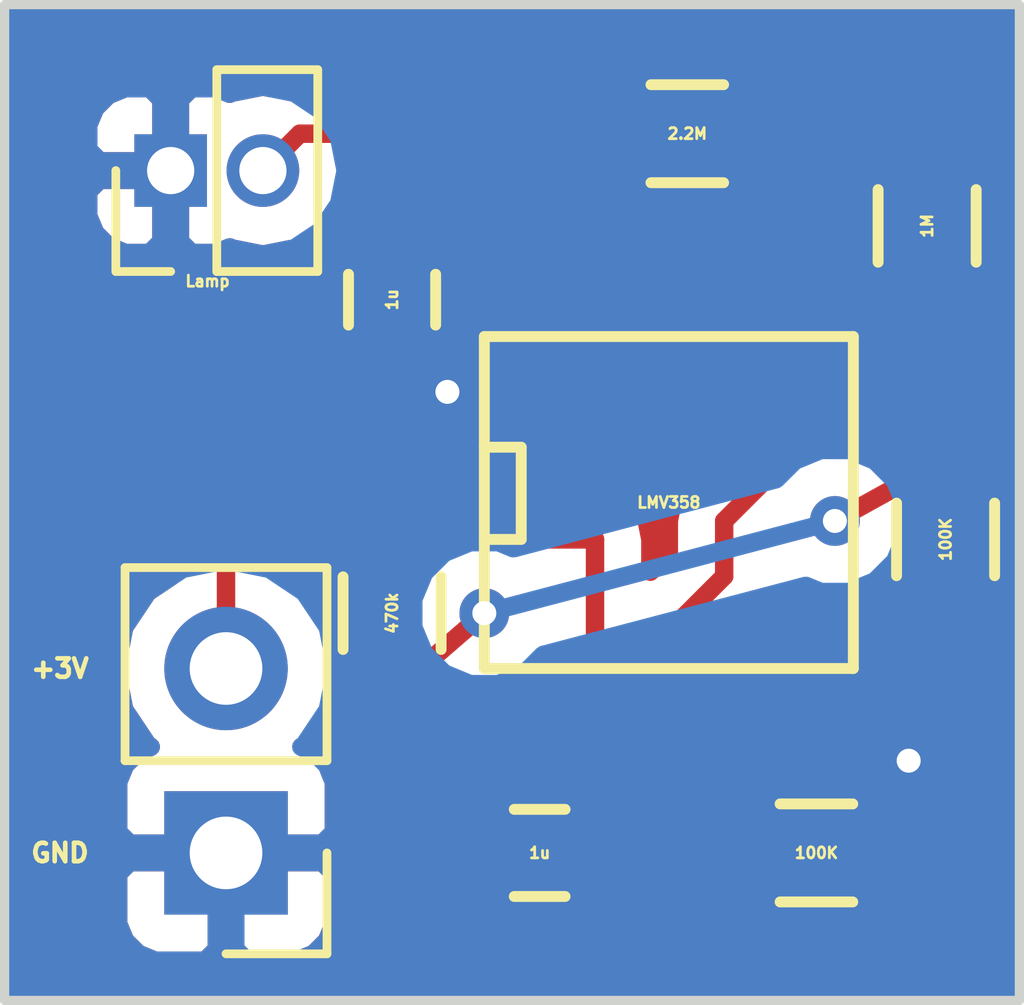
<source format=kicad_pcb>
(kicad_pcb (version 4) (host pcbnew 4.0.5-e0-6337~49~ubuntu16.04.1)

  (general
    (links 19)
    (no_connects 0)
    (area 145.280667 100.449 163.303 116.803)
    (thickness 1.6)
    (drawings 6)
    (tracks 63)
    (zones 0)
    (modules 10)
    (nets 8)
  )

  (page A4)
  (layers
    (0 F.Cu jumper)
    (31 B.Cu signal hide)
    (37 F.SilkS user)
    (39 F.Mask user)
    (44 Edge.Cuts user)
  )

  (setup
    (last_trace_width 0.254)
    (user_trace_width 0.1524)
    (user_trace_width 0.2)
    (user_trace_width 0.25)
    (user_trace_width 0.3)
    (user_trace_width 0.4)
    (user_trace_width 0.5)
    (user_trace_width 0.6)
    (user_trace_width 0.8)
    (user_trace_width 1)
    (user_trace_width 1.2)
    (user_trace_width 1.5)
    (user_trace_width 2)
    (trace_clearance 0.254)
    (zone_clearance 0.508)
    (zone_45_only yes)
    (trace_min 0.1524)
    (segment_width 0.127)
    (edge_width 0.127)
    (via_size 0.6858)
    (via_drill 0.3302)
    (via_min_size 0.6858)
    (via_min_drill 0.3302)
    (uvia_size 0.508)
    (uvia_drill 0.127)
    (uvias_allowed no)
    (uvia_min_size 0.508)
    (uvia_min_drill 0.127)
    (pcb_text_width 0.127)
    (pcb_text_size 0.6 0.6)
    (mod_edge_width 0.127)
    (mod_text_size 0.1524 0.1524)
    (mod_text_width 0.0381)
    (pad_size 1.524 1.524)
    (pad_drill 0.762)
    (pad_to_mask_clearance 0.05)
    (pad_to_paste_clearance -0.04)
    (aux_axis_origin 0 0)
    (visible_elements FFFFFF7F)
    (pcbplotparams
      (layerselection 0x3ffff_80000001)
      (usegerberextensions true)
      (usegerberattributes true)
      (excludeedgelayer true)
      (linewidth 0.127000)
      (plotframeref false)
      (viasonmask false)
      (mode 1)
      (useauxorigin false)
      (hpglpennumber 1)
      (hpglpenspeed 20)
      (hpglpendiameter 15)
      (hpglpenoverlay 2)
      (psnegative false)
      (psa4output false)
      (plotreference true)
      (plotvalue true)
      (plotinvisibletext false)
      (padsonsilk false)
      (subtractmaskfromsilk false)
      (outputformat 1)
      (mirror false)
      (drillshape 0)
      (scaleselection 1)
      (outputdirectory CAM/))
  )

  (net 0 "")
  (net 1 VCC)
  (net 2 GND)
  (net 3 "Net-(C2-Pad1)")
  (net 4 "Net-(LA1-Pad2)")
  (net 5 "Net-(R1-Pad2)")
  (net 6 "Net-(R2-Pad1)")
  (net 7 "Net-(R4-Pad2)")

  (net_class Default "Dit is de standaard class."
    (clearance 0.254)
    (trace_width 0.254)
    (via_dia 0.6858)
    (via_drill 0.3302)
    (uvia_dia 0.508)
    (uvia_drill 0.127)
    (add_net GND)
    (add_net "Net-(C2-Pad1)")
    (add_net "Net-(LA1-Pad2)")
    (add_net "Net-(R1-Pad2)")
    (add_net "Net-(R2-Pad1)")
    (add_net "Net-(R4-Pad2)")
    (add_net VCC)
  )

  (net_class 0.2mm ""
    (clearance 0.2)
    (trace_width 0.2)
    (via_dia 0.6858)
    (via_drill 0.3302)
    (uvia_dia 0.508)
    (uvia_drill 0.127)
  )

  (net_class Minimal ""
    (clearance 0.1524)
    (trace_width 0.1524)
    (via_dia 0.6858)
    (via_drill 0.3302)
    (uvia_dia 0.508)
    (uvia_drill 0.127)
  )

  (module SMD_Packages:SOIC-8-N (layer F.Cu) (tedit 586C7D55) (tstamp 586C761F)
    (at 156.464 108.458)
    (descr "Module Narrow CMS SOJ 8 pins large")
    (tags "CMS SOJ")
    (path /586C715C)
    (attr smd)
    (fp_text reference U1 (at 0 -1.27) (layer F.SilkS) hide
      (effects (font (size 1 1) (thickness 0.15)))
    )
    (fp_text value LMV358 (at 0 0) (layer F.SilkS)
      (effects (font (size 0.1524 0.1524) (thickness 0.0381)))
    )
    (fp_line (start -2.54 -2.286) (end 2.54 -2.286) (layer F.SilkS) (width 0.15))
    (fp_line (start 2.54 -2.286) (end 2.54 2.286) (layer F.SilkS) (width 0.15))
    (fp_line (start 2.54 2.286) (end -2.54 2.286) (layer F.SilkS) (width 0.15))
    (fp_line (start -2.54 2.286) (end -2.54 -2.286) (layer F.SilkS) (width 0.15))
    (fp_line (start -2.54 -0.762) (end -2.032 -0.762) (layer F.SilkS) (width 0.15))
    (fp_line (start -2.032 -0.762) (end -2.032 0.508) (layer F.SilkS) (width 0.15))
    (fp_line (start -2.032 0.508) (end -2.54 0.508) (layer F.SilkS) (width 0.15))
    (pad 8 smd rect (at -1.905 -3.175) (size 0.508 1.143) (layers F.Cu F.Mask)
      (net 1 VCC))
    (pad 7 smd rect (at -0.635 -3.175) (size 0.508 1.143) (layers F.Cu F.Mask)
      (net 4 "Net-(LA1-Pad2)"))
    (pad 6 smd rect (at 0.635 -3.175) (size 0.508 1.143) (layers F.Cu F.Mask)
      (net 5 "Net-(R1-Pad2)"))
    (pad 5 smd rect (at 1.905 -3.175) (size 0.508 1.143) (layers F.Cu F.Mask)
      (net 2 GND))
    (pad 4 smd rect (at 1.905 3.175) (size 0.508 1.143) (layers F.Cu F.Mask)
      (net 2 GND))
    (pad 3 smd rect (at 0.635 3.175) (size 0.508 1.143) (layers F.Cu F.Mask)
      (net 7 "Net-(R4-Pad2)"))
    (pad 2 smd rect (at -0.635 3.175) (size 0.508 1.143) (layers F.Cu F.Mask)
      (net 3 "Net-(C2-Pad1)"))
    (pad 1 smd rect (at -1.905 3.175) (size 0.508 1.143) (layers F.Cu F.Mask)
      (net 6 "Net-(R2-Pad1)"))
    (model SMD_Packages.3dshapes/SOIC-8-N.wrl
      (at (xyz 0 0 0))
      (scale (xyz 0.5 0.38 0.5))
      (rotate (xyz 0 0 0))
    )
  )

  (module Capacitors_SMD:C_0603_HandSoldering (layer F.Cu) (tedit 586C7D39) (tstamp 586C75E3)
    (at 152.654 105.664 270)
    (descr "Capacitor SMD 0603, hand soldering")
    (tags "capacitor 0603")
    (path /586C7AA5)
    (attr smd)
    (fp_text reference C1 (at 0 -1.9 270) (layer F.SilkS) hide
      (effects (font (size 1 1) (thickness 0.15)))
    )
    (fp_text value 1u (at 0 0 270) (layer F.SilkS)
      (effects (font (size 0.1524 0.1524) (thickness 0.0381)))
    )
    (fp_line (start -0.8 0.4) (end -0.8 -0.4) (layer F.Fab) (width 0.15))
    (fp_line (start 0.8 0.4) (end -0.8 0.4) (layer F.Fab) (width 0.15))
    (fp_line (start 0.8 -0.4) (end 0.8 0.4) (layer F.Fab) (width 0.15))
    (fp_line (start -0.8 -0.4) (end 0.8 -0.4) (layer F.Fab) (width 0.15))
    (fp_line (start -1.85 -0.75) (end 1.85 -0.75) (layer F.CrtYd) (width 0.05))
    (fp_line (start -1.85 0.75) (end 1.85 0.75) (layer F.CrtYd) (width 0.05))
    (fp_line (start -1.85 -0.75) (end -1.85 0.75) (layer F.CrtYd) (width 0.05))
    (fp_line (start 1.85 -0.75) (end 1.85 0.75) (layer F.CrtYd) (width 0.05))
    (fp_line (start -0.35 -0.6) (end 0.35 -0.6) (layer F.SilkS) (width 0.15))
    (fp_line (start 0.35 0.6) (end -0.35 0.6) (layer F.SilkS) (width 0.15))
    (pad 1 smd rect (at -0.95 0 270) (size 1.2 0.75) (layers F.Cu F.Mask)
      (net 1 VCC))
    (pad 2 smd rect (at 0.95 0 270) (size 1.2 0.75) (layers F.Cu F.Mask)
      (net 2 GND))
    (model Capacitors_SMD.3dshapes/C_0603_HandSoldering.wrl
      (at (xyz 0 0 0))
      (scale (xyz 1 1 1))
      (rotate (xyz 0 0 0))
    )
  )

  (module Capacitors_SMD:C_0603_HandSoldering (layer F.Cu) (tedit 586C7D19) (tstamp 586C75E9)
    (at 154.686 113.284 180)
    (descr "Capacitor SMD 0603, hand soldering")
    (tags "capacitor 0603")
    (path /586C7502)
    (attr smd)
    (fp_text reference C2 (at 0 -1.9 180) (layer F.SilkS) hide
      (effects (font (size 1 1) (thickness 0.15)))
    )
    (fp_text value 1u (at 0 0 180) (layer F.SilkS)
      (effects (font (size 0.1524 0.1524) (thickness 0.0381)))
    )
    (fp_line (start -0.8 0.4) (end -0.8 -0.4) (layer F.Fab) (width 0.15))
    (fp_line (start 0.8 0.4) (end -0.8 0.4) (layer F.Fab) (width 0.15))
    (fp_line (start 0.8 -0.4) (end 0.8 0.4) (layer F.Fab) (width 0.15))
    (fp_line (start -0.8 -0.4) (end 0.8 -0.4) (layer F.Fab) (width 0.15))
    (fp_line (start -1.85 -0.75) (end 1.85 -0.75) (layer F.CrtYd) (width 0.05))
    (fp_line (start -1.85 0.75) (end 1.85 0.75) (layer F.CrtYd) (width 0.05))
    (fp_line (start -1.85 -0.75) (end -1.85 0.75) (layer F.CrtYd) (width 0.05))
    (fp_line (start 1.85 -0.75) (end 1.85 0.75) (layer F.CrtYd) (width 0.05))
    (fp_line (start -0.35 -0.6) (end 0.35 -0.6) (layer F.SilkS) (width 0.15))
    (fp_line (start 0.35 0.6) (end -0.35 0.6) (layer F.SilkS) (width 0.15))
    (pad 1 smd rect (at -0.95 0 180) (size 1.2 0.75) (layers F.Cu F.Mask)
      (net 3 "Net-(C2-Pad1)"))
    (pad 2 smd rect (at 0.95 0 180) (size 1.2 0.75) (layers F.Cu F.Mask)
      (net 2 GND))
    (model Capacitors_SMD.3dshapes/C_0603_HandSoldering.wrl
      (at (xyz 0 0 0))
      (scale (xyz 1 1 1))
      (rotate (xyz 0 0 0))
    )
  )

  (module Pin_Headers:Pin_Header_Straight_1x02_Pitch1.27mm (layer F.Cu) (tedit 586C7D4A) (tstamp 586C75EF)
    (at 149.606 103.886 90)
    (descr "Through hole straight pin header, 1x02, 1.27mm pitch, single row")
    (tags "Through hole pin header THT 1x02 1.27mm single row")
    (path /586C705D)
    (fp_text reference LA1 (at 0 -1.755 90) (layer F.SilkS) hide
      (effects (font (size 1 1) (thickness 0.15)))
    )
    (fp_text value Lamp (at -1.524 0.508 180) (layer F.SilkS)
      (effects (font (size 0.1524 0.1524) (thickness 0.0381)))
    )
    (fp_line (start -1.27 -0.635) (end -1.27 1.905) (layer F.Fab) (width 0.1))
    (fp_line (start -1.27 1.905) (end 1.27 1.905) (layer F.Fab) (width 0.1))
    (fp_line (start 1.27 1.905) (end 1.27 -0.635) (layer F.Fab) (width 0.1))
    (fp_line (start 1.27 -0.635) (end -1.27 -0.635) (layer F.Fab) (width 0.1))
    (fp_line (start -1.39 0.635) (end -1.39 2.025) (layer F.SilkS) (width 0.12))
    (fp_line (start -1.39 2.025) (end 1.39 2.025) (layer F.SilkS) (width 0.12))
    (fp_line (start 1.39 2.025) (end 1.39 0.635) (layer F.SilkS) (width 0.12))
    (fp_line (start 1.39 0.635) (end -1.39 0.635) (layer F.SilkS) (width 0.12))
    (fp_line (start -1.39 0) (end -1.39 -0.755) (layer F.SilkS) (width 0.12))
    (fp_line (start -1.39 -0.755) (end 0 -0.755) (layer F.SilkS) (width 0.12))
    (fp_line (start -1.6 -0.9) (end -1.6 2.2) (layer F.CrtYd) (width 0.05))
    (fp_line (start -1.6 2.2) (end 1.6 2.2) (layer F.CrtYd) (width 0.05))
    (fp_line (start 1.6 2.2) (end 1.6 -0.9) (layer F.CrtYd) (width 0.05))
    (fp_line (start 1.6 -0.9) (end -1.6 -0.9) (layer F.CrtYd) (width 0.05))
    (pad 1 thru_hole rect (at 0 0 90) (size 1 1) (drill 0.65) (layers *.Cu *.Mask)
      (net 2 GND))
    (pad 2 thru_hole oval (at 0 1.27 90) (size 1 1) (drill 0.65) (layers *.Cu *.Mask)
      (net 4 "Net-(LA1-Pad2)"))
    (model Pin_Headers.3dshapes/Pin_Header_Straight_1x02_Pitch1.27mm.wrl
      (at (xyz 0 0 0))
      (scale (xyz 1 1 1))
      (rotate (xyz 0 0 0))
    )
  )

  (module Pin_Headers:Pin_Header_Straight_1x02_Pitch2.54mm (layer F.Cu) (tedit 586C7CCF) (tstamp 586C75F5)
    (at 150.368 113.284 180)
    (descr "Through hole straight pin header, 1x02, 2.54mm pitch, single row")
    (tags "Through hole pin header THT 1x02 2.54mm single row")
    (path /586C7A78)
    (fp_text reference P1 (at 0 -2.39 180) (layer F.SilkS) hide
      (effects (font (size 1 1) (thickness 0.15)))
    )
    (fp_text value CONN_01X02 (at 0 4.93 180) (layer F.Fab) hide
      (effects (font (size 0.1524 0.1524) (thickness 0.0381)))
    )
    (fp_line (start -1.27 -1.27) (end -1.27 3.81) (layer F.Fab) (width 0.1))
    (fp_line (start -1.27 3.81) (end 1.27 3.81) (layer F.Fab) (width 0.1))
    (fp_line (start 1.27 3.81) (end 1.27 -1.27) (layer F.Fab) (width 0.1))
    (fp_line (start 1.27 -1.27) (end -1.27 -1.27) (layer F.Fab) (width 0.1))
    (fp_line (start -1.39 1.27) (end -1.39 3.93) (layer F.SilkS) (width 0.12))
    (fp_line (start -1.39 3.93) (end 1.39 3.93) (layer F.SilkS) (width 0.12))
    (fp_line (start 1.39 3.93) (end 1.39 1.27) (layer F.SilkS) (width 0.12))
    (fp_line (start 1.39 1.27) (end -1.39 1.27) (layer F.SilkS) (width 0.12))
    (fp_line (start -1.39 0) (end -1.39 -1.39) (layer F.SilkS) (width 0.12))
    (fp_line (start -1.39 -1.39) (end 0 -1.39) (layer F.SilkS) (width 0.12))
    (fp_line (start -1.6 -1.6) (end -1.6 4.1) (layer F.CrtYd) (width 0.05))
    (fp_line (start -1.6 4.1) (end 1.6 4.1) (layer F.CrtYd) (width 0.05))
    (fp_line (start 1.6 4.1) (end 1.6 -1.6) (layer F.CrtYd) (width 0.05))
    (fp_line (start 1.6 -1.6) (end -1.6 -1.6) (layer F.CrtYd) (width 0.05))
    (pad 1 thru_hole rect (at 0 0 180) (size 1.7 1.7) (drill 1) (layers *.Cu *.Mask)
      (net 2 GND))
    (pad 2 thru_hole oval (at 0 2.54 180) (size 1.7 1.7) (drill 1) (layers *.Cu *.Mask)
      (net 1 VCC))
    (model Pin_Headers.3dshapes/Pin_Header_Straight_1x02_Pitch2.54mm.wrl
      (at (xyz 0 -0.05 0))
      (scale (xyz 1 1 1))
      (rotate (xyz 0 0 90))
    )
  )

  (module Resistors_SMD:R_0603_HandSoldering (layer F.Cu) (tedit 586C7D31) (tstamp 586C75FB)
    (at 160.02 104.648 90)
    (descr "Resistor SMD 0603, hand soldering")
    (tags "resistor 0603")
    (path /586C78B4)
    (attr smd)
    (fp_text reference R1 (at 0 -1.9 90) (layer F.SilkS) hide
      (effects (font (size 1 1) (thickness 0.15)))
    )
    (fp_text value 1M (at 0 0 90) (layer F.SilkS)
      (effects (font (size 0.1524 0.1524) (thickness 0.0381)))
    )
    (fp_line (start -0.8 0.4) (end -0.8 -0.4) (layer F.Fab) (width 0.1))
    (fp_line (start 0.8 0.4) (end -0.8 0.4) (layer F.Fab) (width 0.1))
    (fp_line (start 0.8 -0.4) (end 0.8 0.4) (layer F.Fab) (width 0.1))
    (fp_line (start -0.8 -0.4) (end 0.8 -0.4) (layer F.Fab) (width 0.1))
    (fp_line (start -2 -0.8) (end 2 -0.8) (layer F.CrtYd) (width 0.05))
    (fp_line (start -2 0.8) (end 2 0.8) (layer F.CrtYd) (width 0.05))
    (fp_line (start -2 -0.8) (end -2 0.8) (layer F.CrtYd) (width 0.05))
    (fp_line (start 2 -0.8) (end 2 0.8) (layer F.CrtYd) (width 0.05))
    (fp_line (start 0.5 0.675) (end -0.5 0.675) (layer F.SilkS) (width 0.15))
    (fp_line (start -0.5 -0.675) (end 0.5 -0.675) (layer F.SilkS) (width 0.15))
    (pad 1 smd rect (at -1.1 0 90) (size 1.2 0.9) (layers F.Cu F.Mask)
      (net 3 "Net-(C2-Pad1)"))
    (pad 2 smd rect (at 1.1 0 90) (size 1.2 0.9) (layers F.Cu F.Mask)
      (net 5 "Net-(R1-Pad2)"))
    (model Resistors_SMD.3dshapes/R_0603_HandSoldering.wrl
      (at (xyz 0 0 0))
      (scale (xyz 1 1 1))
      (rotate (xyz 0 0 0))
    )
  )

  (module Resistors_SMD:R_0603_HandSoldering (layer F.Cu) (tedit 586C7D3F) (tstamp 586C7601)
    (at 152.654 109.982 90)
    (descr "Resistor SMD 0603, hand soldering")
    (tags "resistor 0603")
    (path /586C7705)
    (attr smd)
    (fp_text reference R2 (at 0 -1.9 90) (layer F.SilkS) hide
      (effects (font (size 1 1) (thickness 0.15)))
    )
    (fp_text value 470k (at 0 0 90) (layer F.SilkS)
      (effects (font (size 0.1524 0.1524) (thickness 0.0381)))
    )
    (fp_line (start -0.8 0.4) (end -0.8 -0.4) (layer F.Fab) (width 0.1))
    (fp_line (start 0.8 0.4) (end -0.8 0.4) (layer F.Fab) (width 0.1))
    (fp_line (start 0.8 -0.4) (end 0.8 0.4) (layer F.Fab) (width 0.1))
    (fp_line (start -0.8 -0.4) (end 0.8 -0.4) (layer F.Fab) (width 0.1))
    (fp_line (start -2 -0.8) (end 2 -0.8) (layer F.CrtYd) (width 0.05))
    (fp_line (start -2 0.8) (end 2 0.8) (layer F.CrtYd) (width 0.05))
    (fp_line (start -2 -0.8) (end -2 0.8) (layer F.CrtYd) (width 0.05))
    (fp_line (start 2 -0.8) (end 2 0.8) (layer F.CrtYd) (width 0.05))
    (fp_line (start 0.5 0.675) (end -0.5 0.675) (layer F.SilkS) (width 0.15))
    (fp_line (start -0.5 -0.675) (end 0.5 -0.675) (layer F.SilkS) (width 0.15))
    (pad 1 smd rect (at -1.1 0 90) (size 1.2 0.9) (layers F.Cu F.Mask)
      (net 6 "Net-(R2-Pad1)"))
    (pad 2 smd rect (at 1.1 0 90) (size 1.2 0.9) (layers F.Cu F.Mask)
      (net 3 "Net-(C2-Pad1)"))
    (model Resistors_SMD.3dshapes/R_0603_HandSoldering.wrl
      (at (xyz 0 0 0))
      (scale (xyz 1 1 1))
      (rotate (xyz 0 0 0))
    )
  )

  (module Resistors_SMD:R_0603_HandSoldering (layer F.Cu) (tedit 586C7CEE) (tstamp 586C7607)
    (at 156.718 103.378)
    (descr "Resistor SMD 0603, hand soldering")
    (tags "resistor 0603")
    (path /586C788D)
    (attr smd)
    (fp_text reference R3 (at 0 -1.9) (layer F.SilkS) hide
      (effects (font (size 1 1) (thickness 0.15)))
    )
    (fp_text value 2.2M (at 0 0) (layer F.SilkS)
      (effects (font (size 0.1524 0.1524) (thickness 0.0381)))
    )
    (fp_line (start -0.8 0.4) (end -0.8 -0.4) (layer F.Fab) (width 0.1))
    (fp_line (start 0.8 0.4) (end -0.8 0.4) (layer F.Fab) (width 0.1))
    (fp_line (start 0.8 -0.4) (end 0.8 0.4) (layer F.Fab) (width 0.1))
    (fp_line (start -0.8 -0.4) (end 0.8 -0.4) (layer F.Fab) (width 0.1))
    (fp_line (start -2 -0.8) (end 2 -0.8) (layer F.CrtYd) (width 0.05))
    (fp_line (start -2 0.8) (end 2 0.8) (layer F.CrtYd) (width 0.05))
    (fp_line (start -2 -0.8) (end -2 0.8) (layer F.CrtYd) (width 0.05))
    (fp_line (start 2 -0.8) (end 2 0.8) (layer F.CrtYd) (width 0.05))
    (fp_line (start 0.5 0.675) (end -0.5 0.675) (layer F.SilkS) (width 0.15))
    (fp_line (start -0.5 -0.675) (end 0.5 -0.675) (layer F.SilkS) (width 0.15))
    (pad 1 smd rect (at -1.1 0) (size 1.2 0.9) (layers F.Cu F.Mask)
      (net 4 "Net-(LA1-Pad2)"))
    (pad 2 smd rect (at 1.1 0) (size 1.2 0.9) (layers F.Cu F.Mask)
      (net 5 "Net-(R1-Pad2)"))
    (model Resistors_SMD.3dshapes/R_0603_HandSoldering.wrl
      (at (xyz 0 0 0))
      (scale (xyz 1 1 1))
      (rotate (xyz 0 0 0))
    )
  )

  (module Resistors_SMD:R_0603_HandSoldering (layer F.Cu) (tedit 586C7D28) (tstamp 586C760D)
    (at 160.274 108.966 270)
    (descr "Resistor SMD 0603, hand soldering")
    (tags "resistor 0603")
    (path /586C73C6)
    (attr smd)
    (fp_text reference R4 (at 0 -1.9 270) (layer F.SilkS) hide
      (effects (font (size 1 1) (thickness 0.15)))
    )
    (fp_text value 100K (at 0 0 270) (layer F.SilkS)
      (effects (font (size 0.1524 0.1524) (thickness 0.0381)))
    )
    (fp_line (start -0.8 0.4) (end -0.8 -0.4) (layer F.Fab) (width 0.1))
    (fp_line (start 0.8 0.4) (end -0.8 0.4) (layer F.Fab) (width 0.1))
    (fp_line (start 0.8 -0.4) (end 0.8 0.4) (layer F.Fab) (width 0.1))
    (fp_line (start -0.8 -0.4) (end 0.8 -0.4) (layer F.Fab) (width 0.1))
    (fp_line (start -2 -0.8) (end 2 -0.8) (layer F.CrtYd) (width 0.05))
    (fp_line (start -2 0.8) (end 2 0.8) (layer F.CrtYd) (width 0.05))
    (fp_line (start -2 -0.8) (end -2 0.8) (layer F.CrtYd) (width 0.05))
    (fp_line (start 2 -0.8) (end 2 0.8) (layer F.CrtYd) (width 0.05))
    (fp_line (start 0.5 0.675) (end -0.5 0.675) (layer F.SilkS) (width 0.15))
    (fp_line (start -0.5 -0.675) (end 0.5 -0.675) (layer F.SilkS) (width 0.15))
    (pad 1 smd rect (at -1.1 0 270) (size 1.2 0.9) (layers F.Cu F.Mask)
      (net 6 "Net-(R2-Pad1)"))
    (pad 2 smd rect (at 1.1 0 270) (size 1.2 0.9) (layers F.Cu F.Mask)
      (net 7 "Net-(R4-Pad2)"))
    (model Resistors_SMD.3dshapes/R_0603_HandSoldering.wrl
      (at (xyz 0 0 0))
      (scale (xyz 1 1 1))
      (rotate (xyz 0 0 0))
    )
  )

  (module Resistors_SMD:R_0603_HandSoldering (layer F.Cu) (tedit 586C7D12) (tstamp 586C7613)
    (at 158.496 113.284)
    (descr "Resistor SMD 0603, hand soldering")
    (tags "resistor 0603")
    (path /586C739F)
    (attr smd)
    (fp_text reference R5 (at 0 -1.9) (layer F.SilkS) hide
      (effects (font (size 1 1) (thickness 0.15)))
    )
    (fp_text value 100K (at 0 0) (layer F.SilkS)
      (effects (font (size 0.1524 0.1524) (thickness 0.0381)))
    )
    (fp_line (start -0.8 0.4) (end -0.8 -0.4) (layer F.Fab) (width 0.1))
    (fp_line (start 0.8 0.4) (end -0.8 0.4) (layer F.Fab) (width 0.1))
    (fp_line (start 0.8 -0.4) (end 0.8 0.4) (layer F.Fab) (width 0.1))
    (fp_line (start -0.8 -0.4) (end 0.8 -0.4) (layer F.Fab) (width 0.1))
    (fp_line (start -2 -0.8) (end 2 -0.8) (layer F.CrtYd) (width 0.05))
    (fp_line (start -2 0.8) (end 2 0.8) (layer F.CrtYd) (width 0.05))
    (fp_line (start -2 -0.8) (end -2 0.8) (layer F.CrtYd) (width 0.05))
    (fp_line (start 2 -0.8) (end 2 0.8) (layer F.CrtYd) (width 0.05))
    (fp_line (start 0.5 0.675) (end -0.5 0.675) (layer F.SilkS) (width 0.15))
    (fp_line (start -0.5 -0.675) (end 0.5 -0.675) (layer F.SilkS) (width 0.15))
    (pad 1 smd rect (at -1.1 0) (size 1.2 0.9) (layers F.Cu F.Mask)
      (net 7 "Net-(R4-Pad2)"))
    (pad 2 smd rect (at 1.1 0) (size 1.2 0.9) (layers F.Cu F.Mask)
      (net 2 GND))
    (model Resistors_SMD.3dshapes/R_0603_HandSoldering.wrl
      (at (xyz 0 0 0))
      (scale (xyz 1 1 1))
      (rotate (xyz 0 0 0))
    )
  )

  (gr_text GND (at 148.082 113.284) (layer F.SilkS)
    (effects (font (size 0.254 0.254) (thickness 0.0635)))
  )
  (gr_text +3V (at 148.082 110.744) (layer F.SilkS)
    (effects (font (size 0.254 0.254) (thickness 0.0635)))
  )
  (gr_line (start 147.32 101.6) (end 147.32 115.316) (angle 90) (layer Edge.Cuts) (width 0.127))
  (gr_line (start 161.29 101.6) (end 147.32 101.6) (angle 90) (layer Edge.Cuts) (width 0.127))
  (gr_line (start 161.29 115.316) (end 161.29 101.6) (angle 90) (layer Edge.Cuts) (width 0.127))
  (gr_line (start 147.32 115.316) (end 161.29 115.316) (angle 90) (layer Edge.Cuts) (width 0.127))

  (segment (start 152.654 104.714) (end 152.654 104.648) (width 0.254) (layer F.Cu) (net 1) (status 80000))
  (segment (start 152.654 104.648) (end 150.368 106.934) (width 0.254) (layer F.Cu) (net 1) (status 80000))
  (segment (start 150.368 106.934) (end 150.368 110.744) (width 0.254) (layer F.Cu) (net 1) (status 80000))
  (segment (start 154.559 105.283) (end 154.686 105.41) (width 0.254) (layer F.Cu) (net 1) (status 80000))
  (segment (start 154.686 105.41) (end 153.416 105.41) (width 0.254) (layer F.Cu) (net 1) (status 80000))
  (segment (start 153.416 105.41) (end 152.654 104.648) (width 0.254) (layer F.Cu) (net 1) (status 80000))
  (segment (start 152.654 104.648) (end 152.654 104.714) (width 0.254) (layer F.Cu) (net 1) (tstamp 586C79B8) (status 80000))
  (segment (start 159.596 113.284) (end 159.766 112.014) (width 0.1524) (layer F.Cu) (net 2) (tstamp 586C7A16))
  (via (at 159.766 112.014) (size 0.6858) (drill 0.3302) (layers F.Cu B.Cu) (net 2))
  (segment (start 153.736 113.284) (end 150.368 113.284) (width 0.254) (layer F.Cu) (net 2) (tstamp 586C7A05))
  (segment (start 152.654 106.614) (end 153.416 106.934) (width 0.254) (layer F.Cu) (net 2) (tstamp 586C79D0))
  (via (at 153.416 106.934) (size 0.6858) (drill 0.3302) (layers F.Cu B.Cu) (net 2))
  (segment (start 152.654 106.614) (end 152.654 106.68) (width 0.254) (layer F.Cu) (net 2) (status 80000))
  (segment (start 158.369 111.633) (end 159.512 112.776) (width 0.254) (layer F.Cu) (net 2) (status 80000))
  (segment (start 159.512 112.776) (end 159.512 113.284) (width 0.254) (layer F.Cu) (net 2) (status 80000))
  (segment (start 159.512 113.284) (end 159.596 113.284) (width 0.254) (layer F.Cu) (net 2) (tstamp 586C79BB) (status 80000))
  (segment (start 159.596 113.284) (end 159.512 113.284) (width 0.254) (layer F.Cu) (net 2) (status 80000))
  (segment (start 153.67 113.284) (end 153.736 113.284) (width 0.254) (layer F.Cu) (net 2) (tstamp 586C79BA) (status 80000))
  (segment (start 155.829 111.633) (end 156.21 111.506) (width 0.254) (layer F.Cu) (net 3) (status 80000))
  (segment (start 156.21 111.506) (end 156.21 110.49) (width 0.254) (layer F.Cu) (net 3) (status 80000))
  (segment (start 156.21 110.49) (end 157.226 109.474) (width 0.254) (layer F.Cu) (net 3) (status 80000))
  (segment (start 157.226 109.474) (end 157.226 108.712) (width 0.254) (layer F.Cu) (net 3) (status 80000))
  (segment (start 157.226 108.712) (end 160.02 105.918) (width 0.254) (layer F.Cu) (net 3) (status 80000))
  (segment (start 160.02 105.918) (end 160.02 105.748) (width 0.254) (layer F.Cu) (net 3) (status 80000))
  (segment (start 155.829 111.633) (end 155.448 111.252) (width 0.254) (layer F.Cu) (net 3) (status 80000))
  (segment (start 155.448 111.252) (end 155.448 108.966) (width 0.254) (layer F.Cu) (net 3) (status 80000))
  (segment (start 155.448 108.966) (end 154.178 108.966) (width 0.254) (layer F.Cu) (net 3) (status 80000))
  (segment (start 154.178 108.966) (end 152.654 108.966) (width 0.254) (layer F.Cu) (net 3) (status 80000))
  (segment (start 152.654 108.966) (end 152.654 108.882) (width 0.254) (layer F.Cu) (net 3) (tstamp 586C79BE) (status 80000))
  (segment (start 155.636 113.284) (end 155.702 113.284) (width 0.254) (layer F.Cu) (net 3) (status 80000))
  (segment (start 155.702 113.284) (end 155.956 113.03) (width 0.254) (layer F.Cu) (net 3) (status 80000))
  (segment (start 155.956 113.03) (end 155.956 111.76) (width 0.254) (layer F.Cu) (net 3) (status 80000))
  (segment (start 155.956 111.76) (end 155.829 111.633) (width 0.254) (layer F.Cu) (net 3) (tstamp 586C79B3) (status 80000))
  (segment (start 155.618 103.378) (end 151.384 103.378) (width 0.254) (layer F.Cu) (net 4) (tstamp 586C79E1))
  (segment (start 151.384 103.378) (end 150.876 103.886) (width 0.254) (layer F.Cu) (net 4) (tstamp 586C79E4))
  (segment (start 155.829 105.283) (end 155.618 103.378) (width 0.254) (layer F.Cu) (net 4) (tstamp 586C79DD))
  (segment (start 157.818 103.378) (end 157.734 103.378) (width 0.254) (layer F.Cu) (net 5) (status 80000))
  (segment (start 157.734 103.378) (end 157.226 103.886) (width 0.254) (layer F.Cu) (net 5) (status 80000))
  (segment (start 157.226 103.886) (end 157.226 105.41) (width 0.254) (layer F.Cu) (net 5) (status 80000))
  (segment (start 157.226 105.41) (end 157.099 105.283) (width 0.254) (layer F.Cu) (net 5) (tstamp 586C79B7) (status 80000))
  (segment (start 157.818 103.378) (end 159.766 103.378) (width 0.254) (layer F.Cu) (net 5) (status 80000))
  (segment (start 159.766 103.378) (end 160.02 103.632) (width 0.254) (layer F.Cu) (net 5) (status 80000))
  (segment (start 160.02 103.632) (end 160.02 103.548) (width 0.254) (layer F.Cu) (net 5) (tstamp 586C79B6) (status 80000))
  (segment (start 152.654 111.082) (end 153.924 109.982) (width 0.254) (layer F.Cu) (net 6) (tstamp 586C79C0))
  (segment (start 158.75 108.712) (end 160.274 107.866) (width 0.254) (layer F.Cu) (net 6) (tstamp 586C79C8))
  (via (at 158.75 108.712) (size 0.6858) (drill 0.3302) (layers F.Cu B.Cu) (net 6))
  (segment (start 153.924 109.982) (end 158.75 108.712) (width 0.254) (layer B.Cu) (net 6) (tstamp 586C79C5))
  (via (at 153.924 109.982) (size 0.6858) (drill 0.3302) (layers F.Cu B.Cu) (net 6))
  (segment (start 160.274 107.866) (end 160.274 107.95) (width 0.254) (layer F.Cu) (net 6) (status 80000))
  (segment (start 154.686 111.76) (end 154.559 111.633) (width 0.254) (layer F.Cu) (net 6) (tstamp 586C79BF) (status 80000))
  (segment (start 154.559 111.633) (end 154.686 111.76) (width 0.254) (layer F.Cu) (net 6) (status 80000))
  (segment (start 154.686 111.76) (end 153.416 111.76) (width 0.254) (layer F.Cu) (net 6) (status 80000))
  (segment (start 153.416 111.76) (end 152.654 110.998) (width 0.254) (layer F.Cu) (net 6) (status 80000))
  (segment (start 152.654 110.998) (end 152.654 111.082) (width 0.254) (layer F.Cu) (net 6) (tstamp 586C79B9) (status 80000))
  (segment (start 157.099 111.633) (end 157.48 111.506) (width 0.254) (layer F.Cu) (net 7) (status 80000))
  (segment (start 157.48 111.506) (end 157.48 110.49) (width 0.254) (layer F.Cu) (net 7) (status 80000))
  (segment (start 157.48 110.49) (end 159.766 110.49) (width 0.254) (layer F.Cu) (net 7) (status 80000))
  (segment (start 159.766 110.49) (end 160.274 109.982) (width 0.254) (layer F.Cu) (net 7) (status 80000))
  (segment (start 160.274 109.982) (end 160.274 110.066) (width 0.254) (layer F.Cu) (net 7) (tstamp 586C79BD) (status 80000))
  (segment (start 157.396 113.284) (end 157.48 113.284) (width 0.254) (layer F.Cu) (net 7) (status 80000))
  (segment (start 157.48 113.284) (end 157.226 113.03) (width 0.254) (layer F.Cu) (net 7) (status 80000))
  (segment (start 157.226 113.03) (end 157.226 111.76) (width 0.254) (layer F.Cu) (net 7) (status 80000))
  (segment (start 157.226 111.76) (end 157.099 111.633) (width 0.254) (layer F.Cu) (net 7) (tstamp 586C79B4) (status 80000))

  (zone (net 2) (net_name GND) (layer B.Cu) (tstamp 586C7702) (hatch edge 0.508)
    (connect_pads (clearance 0.508))
    (min_thickness 0.254)
    (fill yes (arc_segments 16) (thermal_gap 0.508) (thermal_bridge_width 0.508))
    (polygon
      (pts
        (xy 161.29 115.316) (xy 147.32 115.316) (xy 147.32 101.6) (xy 161.29 101.6)
      )
    )
    (filled_polygon
      (pts
        (xy 161.163 115.189) (xy 147.447 115.189) (xy 147.447 113.56975) (xy 148.883 113.56975) (xy 148.883 114.26031)
        (xy 148.979673 114.493699) (xy 149.158302 114.672327) (xy 149.391691 114.769) (xy 150.08225 114.769) (xy 150.241 114.61025)
        (xy 150.241 113.411) (xy 150.495 113.411) (xy 150.495 114.61025) (xy 150.65375 114.769) (xy 151.344309 114.769)
        (xy 151.577698 114.672327) (xy 151.756327 114.493699) (xy 151.853 114.26031) (xy 151.853 113.56975) (xy 151.69425 113.411)
        (xy 150.495 113.411) (xy 150.241 113.411) (xy 149.04175 113.411) (xy 148.883 113.56975) (xy 147.447 113.56975)
        (xy 147.447 110.744) (xy 148.853907 110.744) (xy 148.966946 111.312285) (xy 149.288853 111.794054) (xy 149.332777 111.823403)
        (xy 149.158302 111.895673) (xy 148.979673 112.074301) (xy 148.883 112.30769) (xy 148.883 112.99825) (xy 149.04175 113.157)
        (xy 150.241 113.157) (xy 150.241 113.137) (xy 150.495 113.137) (xy 150.495 113.157) (xy 151.69425 113.157)
        (xy 151.853 112.99825) (xy 151.853 112.30769) (xy 151.756327 112.074301) (xy 151.577698 111.895673) (xy 151.403223 111.823403)
        (xy 151.447147 111.794054) (xy 151.769054 111.312285) (xy 151.882093 110.744) (xy 151.769054 110.175715) (xy 151.76902 110.175663)
        (xy 152.945931 110.175663) (xy 153.094493 110.535212) (xy 153.369341 110.81054) (xy 153.72863 110.95973) (xy 154.117663 110.960069)
        (xy 154.477212 110.811507) (xy 154.731797 110.557365) (xy 158.350658 109.605034) (xy 158.55463 109.68973) (xy 158.943663 109.690069)
        (xy 159.303212 109.541507) (xy 159.57854 109.266659) (xy 159.72773 108.90737) (xy 159.728069 108.518337) (xy 159.579507 108.158788)
        (xy 159.304659 107.88346) (xy 158.94537 107.73427) (xy 158.556337 107.733931) (xy 158.196788 107.882493) (xy 157.942203 108.136635)
        (xy 154.323342 109.088966) (xy 154.11937 109.00427) (xy 153.730337 109.003931) (xy 153.370788 109.152493) (xy 153.09546 109.427341)
        (xy 152.94627 109.78663) (xy 152.945931 110.175663) (xy 151.76902 110.175663) (xy 151.447147 109.693946) (xy 150.965378 109.372039)
        (xy 150.397093 109.259) (xy 150.338907 109.259) (xy 149.770622 109.372039) (xy 149.288853 109.693946) (xy 148.966946 110.175715)
        (xy 148.853907 110.744) (xy 147.447 110.744) (xy 147.447 104.17175) (xy 148.471 104.17175) (xy 148.471 104.512309)
        (xy 148.567673 104.745698) (xy 148.746301 104.924327) (xy 148.97969 105.021) (xy 149.32025 105.021) (xy 149.479 104.86225)
        (xy 149.479 104.013) (xy 148.62975 104.013) (xy 148.471 104.17175) (xy 147.447 104.17175) (xy 147.447 103.259691)
        (xy 148.471 103.259691) (xy 148.471 103.60025) (xy 148.62975 103.759) (xy 149.479 103.759) (xy 149.479 102.90975)
        (xy 149.733 102.90975) (xy 149.733 103.759) (xy 149.753 103.759) (xy 149.753 103.803436) (xy 149.741 103.863764)
        (xy 149.741 103.908236) (xy 149.753 103.968564) (xy 149.753 104.013) (xy 149.733 104.013) (xy 149.733 104.86225)
        (xy 149.89175 105.021) (xy 150.23231 105.021) (xy 150.420818 104.942917) (xy 150.441654 104.956839) (xy 150.876 105.043236)
        (xy 151.310346 104.956839) (xy 151.678566 104.710802) (xy 151.924603 104.342582) (xy 152.011 103.908236) (xy 152.011 103.863764)
        (xy 151.924603 103.429418) (xy 151.678566 103.061198) (xy 151.310346 102.815161) (xy 150.876 102.728764) (xy 150.441654 102.815161)
        (xy 150.420818 102.829083) (xy 150.23231 102.751) (xy 149.89175 102.751) (xy 149.733 102.90975) (xy 149.479 102.90975)
        (xy 149.32025 102.751) (xy 148.97969 102.751) (xy 148.746301 102.847673) (xy 148.567673 103.026302) (xy 148.471 103.259691)
        (xy 147.447 103.259691) (xy 147.447 101.727) (xy 161.163 101.727)
      )
    )
  )
  (zone (net 2) (net_name GND) (layer F.Cu) (tstamp 586C7703) (hatch edge 0.508)
    (connect_pads (clearance 0.508))
    (min_thickness 0.254)
    (fill yes (arc_segments 16) (thermal_gap 0.508) (thermal_bridge_width 0.508))
    (polygon
      (pts
        (xy 161.29 115.316) (xy 161.29 101.6) (xy 147.32 101.6) (xy 147.32 115.316)
      )
    )
    (filled_polygon
      (pts
        (xy 161.163 106.797416) (xy 161.005158 106.689567) (xy 161.066431 106.59989) (xy 161.11744 106.348) (xy 161.11744 105.148)
        (xy 161.073162 104.912683) (xy 160.93409 104.696559) (xy 160.864289 104.648866) (xy 160.921441 104.61209) (xy 161.066431 104.39989)
        (xy 161.11744 104.148) (xy 161.11744 102.948) (xy 161.073162 102.712683) (xy 160.93409 102.496559) (xy 160.72189 102.351569)
        (xy 160.47 102.30056) (xy 159.57 102.30056) (xy 159.334683 102.344838) (xy 159.118559 102.48391) (xy 159.028306 102.616)
        (xy 158.971818 102.616) (xy 158.88209 102.476559) (xy 158.66989 102.331569) (xy 158.418 102.28056) (xy 157.218 102.28056)
        (xy 156.982683 102.324838) (xy 156.766559 102.46391) (xy 156.718866 102.533711) (xy 156.68209 102.476559) (xy 156.46989 102.331569)
        (xy 156.218 102.28056) (xy 155.018 102.28056) (xy 154.782683 102.324838) (xy 154.566559 102.46391) (xy 154.46264 102.616)
        (xy 151.384 102.616) (xy 151.092395 102.674004) (xy 150.9796 102.749371) (xy 150.876 102.728764) (xy 150.441654 102.815161)
        (xy 150.420818 102.829083) (xy 150.23231 102.751) (xy 149.89175 102.751) (xy 149.733 102.90975) (xy 149.733 103.759)
        (xy 149.753 103.759) (xy 149.753 103.803436) (xy 149.741 103.863764) (xy 149.741 103.908236) (xy 149.753 103.968564)
        (xy 149.753 104.013) (xy 149.733 104.013) (xy 149.733 104.86225) (xy 149.89175 105.021) (xy 150.23231 105.021)
        (xy 150.420818 104.942917) (xy 150.441654 104.956839) (xy 150.876 105.043236) (xy 151.256899 104.96747) (xy 149.829185 106.395185)
        (xy 149.664004 106.642395) (xy 149.606 106.934) (xy 149.606 109.482036) (xy 149.288853 109.693946) (xy 148.966946 110.175715)
        (xy 148.853907 110.744) (xy 148.966946 111.312285) (xy 149.288853 111.794054) (xy 149.332777 111.823403) (xy 149.158302 111.895673)
        (xy 148.979673 112.074301) (xy 148.883 112.30769) (xy 148.883 112.99825) (xy 149.04175 113.157) (xy 150.241 113.157)
        (xy 150.241 113.137) (xy 150.495 113.137) (xy 150.495 113.157) (xy 151.69425 113.157) (xy 151.853 112.99825)
        (xy 151.853 112.30769) (xy 151.796974 112.172431) (xy 151.95211 112.278431) (xy 152.204 112.32944) (xy 152.875847 112.32944)
        (xy 152.776302 112.370673) (xy 152.597673 112.549301) (xy 152.501 112.78269) (xy 152.501 112.99825) (xy 152.65975 113.157)
        (xy 153.609 113.157) (xy 153.609 113.137) (xy 153.863 113.137) (xy 153.863 113.157) (xy 153.883 113.157)
        (xy 153.883 113.411) (xy 153.863 113.411) (xy 153.863 114.13525) (xy 154.02175 114.294) (xy 154.462309 114.294)
        (xy 154.695698 114.197327) (xy 154.697068 114.195957) (xy 154.78411 114.255431) (xy 155.036 114.30644) (xy 156.236 114.30644)
        (xy 156.450051 114.266163) (xy 156.54411 114.330431) (xy 156.796 114.38144) (xy 157.996 114.38144) (xy 158.231317 114.337162)
        (xy 158.447441 114.19809) (xy 158.493969 114.129994) (xy 158.636302 114.272327) (xy 158.869691 114.369) (xy 159.31025 114.369)
        (xy 159.469 114.21025) (xy 159.469 113.411) (xy 159.723 113.411) (xy 159.723 114.21025) (xy 159.88175 114.369)
        (xy 160.322309 114.369) (xy 160.555698 114.272327) (xy 160.734327 114.093699) (xy 160.831 113.86031) (xy 160.831 113.56975)
        (xy 160.67225 113.411) (xy 159.723 113.411) (xy 159.469 113.411) (xy 159.449 113.411) (xy 159.449 113.157)
        (xy 159.469 113.157) (xy 159.469 112.35775) (xy 159.723 112.35775) (xy 159.723 113.157) (xy 160.67225 113.157)
        (xy 160.831 112.99825) (xy 160.831 112.70769) (xy 160.734327 112.474301) (xy 160.555698 112.295673) (xy 160.322309 112.199)
        (xy 159.88175 112.199) (xy 159.723 112.35775) (xy 159.469 112.35775) (xy 159.31025 112.199) (xy 159.258 112.199)
        (xy 159.258 111.91875) (xy 159.09925 111.76) (xy 158.496 111.76) (xy 158.496 111.78) (xy 158.242 111.78)
        (xy 158.242 111.76) (xy 158.222 111.76) (xy 158.222 111.62605) (xy 158.240083 111.560018) (xy 158.236659 111.532853)
        (xy 158.242 111.506) (xy 158.242 111.486) (xy 158.496 111.486) (xy 158.496 111.506) (xy 159.09925 111.506)
        (xy 159.258 111.34725) (xy 159.258 111.252) (xy 159.556844 111.252) (xy 159.57211 111.262431) (xy 159.824 111.31344)
        (xy 160.724 111.31344) (xy 160.959317 111.269162) (xy 161.163 111.138096) (xy 161.163 115.189) (xy 147.447 115.189)
        (xy 147.447 113.56975) (xy 148.883 113.56975) (xy 148.883 114.26031) (xy 148.979673 114.493699) (xy 149.158302 114.672327)
        (xy 149.391691 114.769) (xy 150.08225 114.769) (xy 150.241 114.61025) (xy 150.241 113.411) (xy 150.495 113.411)
        (xy 150.495 114.61025) (xy 150.65375 114.769) (xy 151.344309 114.769) (xy 151.577698 114.672327) (xy 151.756327 114.493699)
        (xy 151.853 114.26031) (xy 151.853 113.56975) (xy 152.501 113.56975) (xy 152.501 113.78531) (xy 152.597673 114.018699)
        (xy 152.776302 114.197327) (xy 153.009691 114.294) (xy 153.45025 114.294) (xy 153.609 114.13525) (xy 153.609 113.411)
        (xy 152.65975 113.411) (xy 152.501 113.56975) (xy 151.853 113.56975) (xy 151.69425 113.411) (xy 150.495 113.411)
        (xy 150.241 113.411) (xy 149.04175 113.411) (xy 148.883 113.56975) (xy 147.447 113.56975) (xy 147.447 104.17175)
        (xy 148.471 104.17175) (xy 148.471 104.512309) (xy 148.567673 104.745698) (xy 148.746301 104.924327) (xy 148.97969 105.021)
        (xy 149.32025 105.021) (xy 149.479 104.86225) (xy 149.479 104.013) (xy 148.62975 104.013) (xy 148.471 104.17175)
        (xy 147.447 104.17175) (xy 147.447 103.259691) (xy 148.471 103.259691) (xy 148.471 103.60025) (xy 148.62975 103.759)
        (xy 149.479 103.759) (xy 149.479 102.90975) (xy 149.32025 102.751) (xy 148.97969 102.751) (xy 148.746301 102.847673)
        (xy 148.567673 103.026302) (xy 148.471 103.259691) (xy 147.447 103.259691) (xy 147.447 101.727) (xy 161.163 101.727)
      )
    )
    (filled_polygon
      (pts
        (xy 158.496 105.156) (xy 158.516 105.156) (xy 158.516 105.41) (xy 158.496 105.41) (xy 158.496 106.33075)
        (xy 158.51281 106.34756) (xy 156.687185 108.173185) (xy 156.522004 108.420395) (xy 156.464 108.712) (xy 156.464 109.15837)
        (xy 156.21 109.41237) (xy 156.21 108.966) (xy 156.151996 108.674395) (xy 155.986815 108.427185) (xy 155.739605 108.262004)
        (xy 155.448 108.204) (xy 153.736763 108.204) (xy 153.707162 108.046683) (xy 153.56809 107.830559) (xy 153.415041 107.725985)
        (xy 153.567327 107.573698) (xy 153.664 107.340309) (xy 153.664 106.89975) (xy 153.50525 106.741) (xy 152.781 106.741)
        (xy 152.781 106.761) (xy 152.527 106.761) (xy 152.527 106.741) (xy 152.507 106.741) (xy 152.507 106.487)
        (xy 152.527 106.487) (xy 152.527 106.467) (xy 152.781 106.467) (xy 152.781 106.487) (xy 153.50525 106.487)
        (xy 153.664 106.32825) (xy 153.664 106.172) (xy 153.754721 106.172) (xy 153.84091 106.305941) (xy 154.05311 106.450931)
        (xy 154.305 106.50194) (xy 154.813 106.50194) (xy 155.048317 106.457662) (xy 155.194907 106.363334) (xy 155.32311 106.450931)
        (xy 155.575 106.50194) (xy 156.083 106.50194) (xy 156.318317 106.457662) (xy 156.464907 106.363334) (xy 156.59311 106.450931)
        (xy 156.845 106.50194) (xy 157.353 106.50194) (xy 157.588317 106.457662) (xy 157.729371 106.366896) (xy 157.755302 106.392827)
        (xy 157.988691 106.4895) (xy 158.08325 106.4895) (xy 158.242 106.33075) (xy 158.242 105.41) (xy 158.222 105.41)
        (xy 158.222 105.156) (xy 158.242 105.156) (xy 158.242 105.136) (xy 158.496 105.136)
      )
    )
  )
)

</source>
